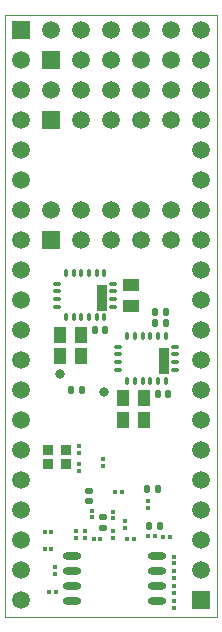
<source format=gbs>
%FSLAX44Y44*%
%MOMM*%
G71*
G01*
G75*
G04 Layer_Color=16711935*
G04:AMPARAMS|DCode=10|XSize=0.6mm|YSize=0.5mm|CornerRadius=0.05mm|HoleSize=0mm|Usage=FLASHONLY|Rotation=270.000|XOffset=0mm|YOffset=0mm|HoleType=Round|Shape=RoundedRectangle|*
%AMROUNDEDRECTD10*
21,1,0.6000,0.4000,0,0,270.0*
21,1,0.5000,0.5000,0,0,270.0*
1,1,0.1000,-0.2000,-0.2500*
1,1,0.1000,-0.2000,0.2500*
1,1,0.1000,0.2000,0.2500*
1,1,0.1000,0.2000,-0.2500*
%
%ADD10ROUNDEDRECTD10*%
G04:AMPARAMS|DCode=11|XSize=0.4mm|YSize=0.37mm|CornerRadius=0.037mm|HoleSize=0mm|Usage=FLASHONLY|Rotation=90.000|XOffset=0mm|YOffset=0mm|HoleType=Round|Shape=RoundedRectangle|*
%AMROUNDEDRECTD11*
21,1,0.4000,0.2960,0,0,90.0*
21,1,0.3260,0.3700,0,0,90.0*
1,1,0.0740,0.1480,0.1630*
1,1,0.0740,0.1480,-0.1630*
1,1,0.0740,-0.1480,-0.1630*
1,1,0.0740,-0.1480,0.1630*
%
%ADD11ROUNDEDRECTD11*%
%ADD12R,0.5400X0.7400*%
%ADD13R,0.7400X0.5400*%
G04:AMPARAMS|DCode=14|XSize=0.8mm|YSize=0.8mm|CornerRadius=0.12mm|HoleSize=0mm|Usage=FLASHONLY|Rotation=0.000|XOffset=0mm|YOffset=0mm|HoleType=Round|Shape=RoundedRectangle|*
%AMROUNDEDRECTD14*
21,1,0.8000,0.5600,0,0,0.0*
21,1,0.5600,0.8000,0,0,0.0*
1,1,0.2400,0.2800,-0.2800*
1,1,0.2400,-0.2800,-0.2800*
1,1,0.2400,-0.2800,0.2800*
1,1,0.2400,0.2800,0.2800*
%
%ADD14ROUNDEDRECTD14*%
%ADD15C,0.3500*%
%ADD16O,1.4000X0.6000*%
G04:AMPARAMS|DCode=17|XSize=0.8mm|YSize=0.8mm|CornerRadius=0.12mm|HoleSize=0mm|Usage=FLASHONLY|Rotation=270.000|XOffset=0mm|YOffset=0mm|HoleType=Round|Shape=RoundedRectangle|*
%AMROUNDEDRECTD17*
21,1,0.8000,0.5600,0,0,270.0*
21,1,0.5600,0.8000,0,0,270.0*
1,1,0.2400,-0.2800,-0.2800*
1,1,0.2400,-0.2800,0.2800*
1,1,0.2400,0.2800,0.2800*
1,1,0.2400,0.2800,-0.2800*
%
%ADD17ROUNDEDRECTD17*%
G04:AMPARAMS|DCode=18|XSize=0.6mm|YSize=0.5mm|CornerRadius=0.05mm|HoleSize=0mm|Usage=FLASHONLY|Rotation=180.000|XOffset=0mm|YOffset=0mm|HoleType=Round|Shape=RoundedRectangle|*
%AMROUNDEDRECTD18*
21,1,0.6000,0.4000,0,0,180.0*
21,1,0.5000,0.5000,0,0,180.0*
1,1,0.1000,-0.2500,0.2000*
1,1,0.1000,0.2500,0.2000*
1,1,0.1000,0.2500,-0.2000*
1,1,0.1000,-0.2500,-0.2000*
%
%ADD18ROUNDEDRECTD18*%
%ADD19O,0.8000X1.4700*%
G04:AMPARAMS|DCode=20|XSize=0.95mm|YSize=0.85mm|CornerRadius=0.2125mm|HoleSize=0mm|Usage=FLASHONLY|Rotation=180.000|XOffset=0mm|YOffset=0mm|HoleType=Round|Shape=RoundedRectangle|*
%AMROUNDEDRECTD20*
21,1,0.9500,0.4250,0,0,180.0*
21,1,0.5250,0.8500,0,0,180.0*
1,1,0.4250,-0.2625,0.2125*
1,1,0.4250,0.2625,0.2125*
1,1,0.4250,0.2625,-0.2125*
1,1,0.4250,-0.2625,-0.2125*
%
%ADD20ROUNDEDRECTD20*%
G04:AMPARAMS|DCode=21|XSize=1mm|YSize=0.6mm|CornerRadius=0.15mm|HoleSize=0mm|Usage=FLASHONLY|Rotation=180.000|XOffset=0mm|YOffset=0mm|HoleType=Round|Shape=RoundedRectangle|*
%AMROUNDEDRECTD21*
21,1,1.0000,0.3000,0,0,180.0*
21,1,0.7000,0.6000,0,0,180.0*
1,1,0.3000,-0.3500,0.1500*
1,1,0.3000,0.3500,0.1500*
1,1,0.3000,0.3500,-0.1500*
1,1,0.3000,-0.3500,-0.1500*
%
%ADD21ROUNDEDRECTD21*%
G04:AMPARAMS|DCode=22|XSize=1.45mm|YSize=1.4mm|CornerRadius=0.35mm|HoleSize=0mm|Usage=FLASHONLY|Rotation=0.000|XOffset=0mm|YOffset=0mm|HoleType=Round|Shape=RoundedRectangle|*
%AMROUNDEDRECTD22*
21,1,1.4500,0.7000,0,0,0.0*
21,1,0.7500,1.4000,0,0,0.0*
1,1,0.7000,0.3750,-0.3500*
1,1,0.7000,-0.3750,-0.3500*
1,1,0.7000,-0.3750,0.3500*
1,1,0.7000,0.3750,0.3500*
%
%ADD22ROUNDEDRECTD22*%
G04:AMPARAMS|DCode=23|XSize=0.6mm|YSize=1.25mm|CornerRadius=0.15mm|HoleSize=0mm|Usage=FLASHONLY|Rotation=0.000|XOffset=0mm|YOffset=0mm|HoleType=Round|Shape=RoundedRectangle|*
%AMROUNDEDRECTD23*
21,1,0.6000,0.9500,0,0,0.0*
21,1,0.3000,1.2500,0,0,0.0*
1,1,0.3000,0.1500,-0.4750*
1,1,0.3000,-0.1500,-0.4750*
1,1,0.3000,-0.1500,0.4750*
1,1,0.3000,0.1500,0.4750*
%
%ADD23ROUNDEDRECTD23*%
G04:AMPARAMS|DCode=24|XSize=3.79mm|YSize=1.2mm|CornerRadius=0.3mm|HoleSize=0mm|Usage=FLASHONLY|Rotation=270.000|XOffset=0mm|YOffset=0mm|HoleType=Round|Shape=RoundedRectangle|*
%AMROUNDEDRECTD24*
21,1,3.7900,0.6000,0,0,270.0*
21,1,3.1900,1.2000,0,0,270.0*
1,1,0.6000,-0.3000,-1.5950*
1,1,0.6000,-0.3000,1.5950*
1,1,0.6000,0.3000,1.5950*
1,1,0.6000,0.3000,-1.5950*
%
%ADD24ROUNDEDRECTD24*%
G04:AMPARAMS|DCode=25|XSize=0.76mm|YSize=0.27mm|CornerRadius=0.027mm|HoleSize=0mm|Usage=FLASHONLY|Rotation=180.000|XOffset=0mm|YOffset=0mm|HoleType=Round|Shape=RoundedRectangle|*
%AMROUNDEDRECTD25*
21,1,0.7600,0.2160,0,0,180.0*
21,1,0.7060,0.2700,0,0,180.0*
1,1,0.0540,-0.3530,0.1080*
1,1,0.0540,0.3530,0.1080*
1,1,0.0540,0.3530,-0.1080*
1,1,0.0540,-0.3530,-0.1080*
%
%ADD25ROUNDEDRECTD25*%
G04:AMPARAMS|DCode=26|XSize=0.76mm|YSize=0.27mm|CornerRadius=0.027mm|HoleSize=0mm|Usage=FLASHONLY|Rotation=90.000|XOffset=0mm|YOffset=0mm|HoleType=Round|Shape=RoundedRectangle|*
%AMROUNDEDRECTD26*
21,1,0.7600,0.2160,0,0,90.0*
21,1,0.7060,0.2700,0,0,90.0*
1,1,0.0540,0.1080,0.3530*
1,1,0.0540,0.1080,-0.3530*
1,1,0.0540,-0.1080,-0.3530*
1,1,0.0540,-0.1080,0.3530*
%
%ADD26ROUNDEDRECTD26*%
G04:AMPARAMS|DCode=27|XSize=0.4mm|YSize=0.37mm|CornerRadius=0.037mm|HoleSize=0mm|Usage=FLASHONLY|Rotation=0.000|XOffset=0mm|YOffset=0mm|HoleType=Round|Shape=RoundedRectangle|*
%AMROUNDEDRECTD27*
21,1,0.4000,0.2960,0,0,0.0*
21,1,0.3260,0.3700,0,0,0.0*
1,1,0.0740,0.1630,-0.1480*
1,1,0.0740,-0.1630,-0.1480*
1,1,0.0740,-0.1630,0.1480*
1,1,0.0740,0.1630,0.1480*
%
%ADD27ROUNDEDRECTD27*%
%ADD28C,0.0750*%
%ADD29C,0.0751*%
%ADD30C,0.1000*%
%ADD31C,0.3000*%
%ADD32C,0.1500*%
%ADD33C,0.0100*%
%ADD34C,1.5000*%
%ADD35R,1.5000X1.5000*%
%ADD36R,1.5000X1.5000*%
%ADD37C,0.8000*%
G04:AMPARAMS|DCode=38|XSize=0.3mm|YSize=0.6mm|CornerRadius=0.0495mm|HoleSize=0mm|Usage=FLASHONLY|Rotation=270.000|XOffset=0mm|YOffset=0mm|HoleType=Round|Shape=RoundedRectangle|*
%AMROUNDEDRECTD38*
21,1,0.3000,0.5010,0,0,270.0*
21,1,0.2010,0.6000,0,0,270.0*
1,1,0.0990,-0.2505,-0.1005*
1,1,0.0990,-0.2505,0.1005*
1,1,0.0990,0.2505,0.1005*
1,1,0.0990,0.2505,-0.1005*
%
%ADD38ROUNDEDRECTD38*%
G04:AMPARAMS|DCode=39|XSize=0.3mm|YSize=0.6mm|CornerRadius=0.0495mm|HoleSize=0mm|Usage=FLASHONLY|Rotation=0.000|XOffset=0mm|YOffset=0mm|HoleType=Round|Shape=RoundedRectangle|*
%AMROUNDEDRECTD39*
21,1,0.3000,0.5010,0,0,0.0*
21,1,0.2010,0.6000,0,0,0.0*
1,1,0.0990,0.1005,-0.2505*
1,1,0.0990,-0.1005,-0.2505*
1,1,0.0990,-0.1005,0.2505*
1,1,0.0990,0.1005,0.2505*
%
%ADD39ROUNDEDRECTD39*%
%ADD40R,0.9000X2.2500*%
G04:AMPARAMS|DCode=41|XSize=1.38mm|YSize=1.05mm|CornerRadius=0.105mm|HoleSize=0mm|Usage=FLASHONLY|Rotation=0.000|XOffset=0mm|YOffset=0mm|HoleType=Round|Shape=RoundedRectangle|*
%AMROUNDEDRECTD41*
21,1,1.3800,0.8400,0,0,0.0*
21,1,1.1700,1.0500,0,0,0.0*
1,1,0.2100,0.5850,-0.4200*
1,1,0.2100,-0.5850,-0.4200*
1,1,0.2100,-0.5850,0.4200*
1,1,0.2100,0.5850,0.4200*
%
%ADD41ROUNDEDRECTD41*%
G04:AMPARAMS|DCode=42|XSize=1.38mm|YSize=1.05mm|CornerRadius=0.105mm|HoleSize=0mm|Usage=FLASHONLY|Rotation=270.000|XOffset=0mm|YOffset=0mm|HoleType=Round|Shape=RoundedRectangle|*
%AMROUNDEDRECTD42*
21,1,1.3800,0.8400,0,0,270.0*
21,1,1.1700,1.0500,0,0,270.0*
1,1,0.2100,-0.4200,-0.5850*
1,1,0.2100,-0.4200,0.5850*
1,1,0.2100,0.4200,0.5850*
1,1,0.2100,0.4200,-0.5850*
%
%ADD42ROUNDEDRECTD42*%
G04:AMPARAMS|DCode=43|XSize=0.9mm|YSize=0.8mm|CornerRadius=0.08mm|HoleSize=0mm|Usage=FLASHONLY|Rotation=180.000|XOffset=0mm|YOffset=0mm|HoleType=Round|Shape=RoundedRectangle|*
%AMROUNDEDRECTD43*
21,1,0.9000,0.6400,0,0,180.0*
21,1,0.7400,0.8000,0,0,180.0*
1,1,0.1600,-0.3700,0.3200*
1,1,0.1600,0.3700,0.3200*
1,1,0.1600,0.3700,-0.3200*
1,1,0.1600,-0.3700,-0.3200*
%
%ADD43ROUNDEDRECTD43*%
%ADD44O,1.6000X0.6000*%
%ADD45C,0.2000*%
%ADD46C,0.2540*%
%ADD47C,0.2500*%
%ADD48C,0.6000*%
%ADD49C,0.5000*%
%ADD50C,0.1200*%
%ADD51C,0.1500*%
D10*
X136100Y257800D02*
D03*
X127100D02*
D03*
X127100Y248800D02*
D03*
X136100D02*
D03*
X64900Y191800D02*
D03*
X55900D02*
D03*
X130900Y77200D02*
D03*
X121900D02*
D03*
X129300Y108200D02*
D03*
X120300D02*
D03*
X129000Y188600D02*
D03*
X138000D02*
D03*
X75500Y242500D02*
D03*
X84500D02*
D03*
D11*
X92650Y106000D02*
D03*
X98350D02*
D03*
X36950Y20800D02*
D03*
X42650D02*
D03*
X38850Y57100D02*
D03*
X33150D02*
D03*
X33250Y71500D02*
D03*
X38950D02*
D03*
X109100Y66200D02*
D03*
X103400D02*
D03*
X139150Y67800D02*
D03*
X133450D02*
D03*
X126550Y68400D02*
D03*
X120850D02*
D03*
X80350Y66100D02*
D03*
X74650D02*
D03*
D18*
X70600Y97700D02*
D03*
Y106700D02*
D03*
X82400Y75500D02*
D03*
Y84500D02*
D03*
D27*
X143000Y20350D02*
D03*
Y26050D02*
D03*
X62100Y144750D02*
D03*
Y139050D02*
D03*
X82900Y127550D02*
D03*
Y133250D02*
D03*
X62100Y129550D02*
D03*
Y123850D02*
D03*
X143000Y38550D02*
D03*
Y32850D02*
D03*
Y7850D02*
D03*
Y13550D02*
D03*
X41900Y36250D02*
D03*
Y41950D02*
D03*
X59600Y72650D02*
D03*
Y66950D02*
D03*
X121100Y92150D02*
D03*
Y97850D02*
D03*
X143000Y45250D02*
D03*
Y50950D02*
D03*
X101200Y75250D02*
D03*
Y80950D02*
D03*
X91400Y72850D02*
D03*
Y67150D02*
D03*
X91200Y89150D02*
D03*
Y83450D02*
D03*
X67700Y66950D02*
D03*
Y72650D02*
D03*
X73200Y84150D02*
D03*
Y89850D02*
D03*
D33*
X0Y0D02*
Y510000D01*
X179000D01*
X0Y0D02*
X179000Y-0D01*
Y510000D01*
D34*
X13500Y14700D02*
D03*
Y40100D02*
D03*
Y65500D02*
D03*
Y90900D02*
D03*
X166000Y167100D02*
D03*
Y192500D02*
D03*
Y116300D02*
D03*
Y141700D02*
D03*
Y65500D02*
D03*
Y90900D02*
D03*
Y217900D02*
D03*
Y294100D02*
D03*
Y319500D02*
D03*
Y344900D02*
D03*
Y395700D02*
D03*
Y421100D02*
D03*
Y446500D02*
D03*
Y471900D02*
D03*
Y497300D02*
D03*
Y370300D02*
D03*
X13500Y471900D02*
D03*
Y446500D02*
D03*
Y421100D02*
D03*
Y395700D02*
D03*
Y370300D02*
D03*
Y344900D02*
D03*
Y319500D02*
D03*
Y294100D02*
D03*
Y268700D02*
D03*
Y243300D02*
D03*
Y217900D02*
D03*
Y116300D02*
D03*
Y141700D02*
D03*
Y192500D02*
D03*
Y167100D02*
D03*
X166000Y268700D02*
D03*
Y243300D02*
D03*
Y40100D02*
D03*
X140600Y344900D02*
D03*
Y319500D02*
D03*
X115200Y344900D02*
D03*
Y319500D02*
D03*
X89800Y344900D02*
D03*
Y319500D02*
D03*
X64400Y344900D02*
D03*
Y319500D02*
D03*
X39000Y344900D02*
D03*
X140600Y446500D02*
D03*
Y421100D02*
D03*
X115200Y446500D02*
D03*
Y421100D02*
D03*
X89800Y446500D02*
D03*
Y421100D02*
D03*
X64400Y446500D02*
D03*
Y421100D02*
D03*
X39000Y446500D02*
D03*
Y497300D02*
D03*
X64400Y471900D02*
D03*
Y497300D02*
D03*
X89800Y471900D02*
D03*
Y497300D02*
D03*
X115200Y471900D02*
D03*
Y497300D02*
D03*
X140600Y471900D02*
D03*
Y497300D02*
D03*
D35*
X13500D02*
D03*
X166000Y14700D02*
D03*
X39000Y471900D02*
D03*
D36*
Y319500D02*
D03*
Y421100D02*
D03*
D37*
X46100Y205800D02*
D03*
X83900Y190100D02*
D03*
D38*
X91500Y262750D02*
D03*
Y282250D02*
D03*
Y275750D02*
D03*
Y269250D02*
D03*
X43500D02*
D03*
Y275750D02*
D03*
Y282250D02*
D03*
Y262750D02*
D03*
X143500Y209250D02*
D03*
Y228750D02*
D03*
Y222250D02*
D03*
Y215750D02*
D03*
X95500D02*
D03*
Y222250D02*
D03*
Y228750D02*
D03*
Y209250D02*
D03*
D39*
X83750Y291500D02*
D03*
X77250D02*
D03*
X70750D02*
D03*
X64250D02*
D03*
X57750D02*
D03*
X51250D02*
D03*
X51250Y253500D02*
D03*
X57750D02*
D03*
X64250D02*
D03*
X70750D02*
D03*
X77250D02*
D03*
X83750D02*
D03*
X135750Y238000D02*
D03*
X129250D02*
D03*
X122750D02*
D03*
X116250D02*
D03*
X109750D02*
D03*
X103250D02*
D03*
X103250Y200000D02*
D03*
X109750D02*
D03*
X116250D02*
D03*
X122750D02*
D03*
X129250D02*
D03*
X135750D02*
D03*
D40*
X82000Y269750D02*
D03*
X134000Y216250D02*
D03*
D41*
X106500Y262800D02*
D03*
Y280600D02*
D03*
D42*
X99600Y167000D02*
D03*
X117400D02*
D03*
X45975Y220500D02*
D03*
X63775D02*
D03*
X99600Y185000D02*
D03*
X117400D02*
D03*
X45975Y238500D02*
D03*
X63775D02*
D03*
D43*
X51100Y129400D02*
D03*
X36100D02*
D03*
Y141400D02*
D03*
X51100D02*
D03*
D44*
X128500Y51550D02*
D03*
Y38850D02*
D03*
Y26150D02*
D03*
Y13450D02*
D03*
X56500Y51550D02*
D03*
Y38850D02*
D03*
Y26150D02*
D03*
Y13450D02*
D03*
D51*
X40700Y299600D02*
D03*
X51200Y301900D02*
D03*
X57600Y302100D02*
D03*
X48900Y229200D02*
D03*
X44400D02*
D03*
X79500Y260300D02*
D03*
X84800Y267500D02*
D03*
X133900Y216400D02*
D03*
Y208700D02*
D03*
Y223900D02*
D03*
X84400Y214899D02*
D03*
X124900Y167000D02*
D03*
X124400Y185000D02*
D03*
X147900Y39550D02*
D03*
X35700Y235000D02*
D03*
X106900Y180900D02*
D03*
X80100Y228600D02*
D03*
X79900Y237500D02*
D03*
X108100Y288400D02*
D03*
X86000Y16300D02*
D03*
X25500Y9500D02*
D03*
X96300Y262750D02*
D03*
X83750Y248300D02*
D03*
X148550Y14850D02*
D03*
X148400Y8500D02*
D03*
X108800Y71300D02*
D03*
X92200Y78200D02*
D03*
X95800Y8000D02*
D03*
X54500Y32300D02*
D03*
X140200Y72800D02*
D03*
Y80800D02*
D03*
Y88800D02*
D03*
X134800Y102300D02*
D03*
X148200Y104700D02*
D03*
X52200Y88800D02*
D03*
X76100Y62100D02*
D03*
X65500Y149000D02*
D03*
X47500D02*
D03*
X40500D02*
D03*
X33500D02*
D03*
X38800Y80800D02*
D03*
X46400Y78600D02*
D03*
X60000Y78100D02*
D03*
X68100Y56900D02*
D03*
X60100Y62200D02*
D03*
X44200Y70300D02*
D03*
X84100Y46200D02*
D03*
X84100Y62100D02*
D03*
X92100Y62300D02*
D03*
X127300Y63400D02*
D03*
X33500Y23800D02*
D03*
X30700Y64800D02*
D03*
X46800Y56800D02*
D03*
X107900Y93900D02*
D03*
X76200Y94200D02*
D03*
X84100Y70100D02*
D03*
X76100Y78100D02*
D03*
X116200Y78200D02*
D03*
X65125Y159300D02*
D03*
X52100Y148700D02*
D03*
X78675Y166200D02*
D03*
X27200Y149500D02*
D03*
Y143100D02*
D03*
X105000Y149600D02*
D03*
X96000Y151000D02*
D03*
X70175Y191750D02*
D03*
X133300Y150900D02*
D03*
X102800Y62200D02*
D03*
X102900Y54200D02*
D03*
X115300Y156400D02*
D03*
X116200Y151700D02*
D03*
X110900Y62100D02*
D03*
X106000Y144200D02*
D03*
X60200Y88800D02*
D03*
X68200Y78200D02*
D03*
Y88800D02*
D03*
X37900Y31500D02*
D03*
X46500Y47500D02*
D03*
X110700Y24700D02*
D03*
X100900Y22800D02*
D03*
X30600Y31700D02*
D03*
X71375Y228100D02*
D03*
Y221075D02*
D03*
X35300Y223900D02*
D03*
X158100Y260600D02*
D03*
X83900Y224900D02*
D03*
X106900Y187000D02*
D03*
X94600Y48600D02*
D03*
X78700Y48800D02*
D03*
X116100Y70700D02*
D03*
X127100Y262700D02*
D03*
X68000Y48600D02*
D03*
X141300Y55800D02*
D03*
X148200Y96700D02*
D03*
X140200Y104700D02*
D03*
X116300Y86200D02*
D03*
Y94200D02*
D03*
X108300Y78200D02*
D03*
Y86200D02*
D03*
X100300D02*
D03*
X133800Y88100D02*
D03*
X124300Y86200D02*
D03*
X148200Y88700D02*
D03*
X116300Y102200D02*
D03*
X108300D02*
D03*
X100300D02*
D03*
Y94200D02*
D03*
X92300D02*
D03*
Y102200D02*
D03*
X84300Y94200D02*
D03*
X84200Y104700D02*
D03*
X86800Y110300D02*
D03*
X92300Y118200D02*
D03*
X100300D02*
D03*
X92300Y126200D02*
D03*
X107800Y127900D02*
D03*
X78800Y126300D02*
D03*
Y134300D02*
D03*
X76300Y102200D02*
D03*
Y110200D02*
D03*
X64100Y103100D02*
D03*
X44200Y104700D02*
D03*
X36200D02*
D03*
X30800Y102300D02*
D03*
X36200Y88700D02*
D03*
X60300Y118200D02*
D03*
X46800Y118300D02*
D03*
X54700Y120800D02*
D03*
X38700D02*
D03*
X62800Y134300D02*
D03*
X89500Y143200D02*
D03*
X103700Y135900D02*
D03*
X100100Y70500D02*
D03*
X59200Y103800D02*
D03*
X52350Y104550D02*
D03*
X30500Y119600D02*
D03*
X128600Y152000D02*
D03*
X133300Y155600D02*
D03*
X67275Y166500D02*
D03*
X88900Y210000D02*
D03*
X123100Y119900D02*
D03*
X122900Y127900D02*
D03*
X128100Y127100D02*
D03*
X129700Y143200D02*
D03*
X121700Y144300D02*
D03*
X138900Y119100D02*
D03*
Y127100D02*
D03*
Y135100D02*
D03*
Y143100D02*
D03*
X144100Y135100D02*
D03*
Y143100D02*
D03*
X128100Y135100D02*
D03*
X126800Y96800D02*
D03*
M02*

</source>
